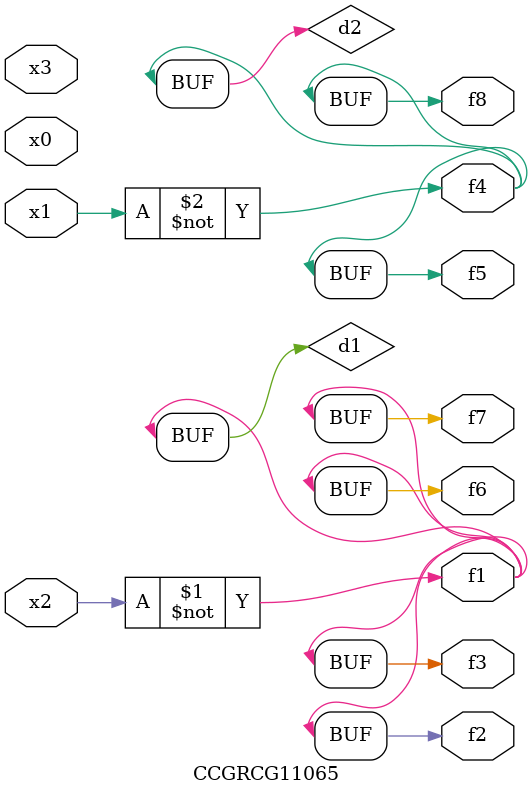
<source format=v>
module CCGRCG11065(
	input x0, x1, x2, x3,
	output f1, f2, f3, f4, f5, f6, f7, f8
);

	wire d1, d2;

	xnor (d1, x2);
	not (d2, x1);
	assign f1 = d1;
	assign f2 = d1;
	assign f3 = d1;
	assign f4 = d2;
	assign f5 = d2;
	assign f6 = d1;
	assign f7 = d1;
	assign f8 = d2;
endmodule

</source>
